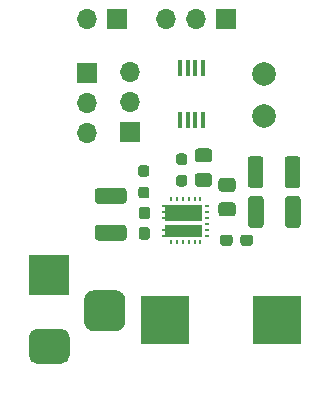
<source format=gts>
%TF.GenerationSoftware,KiCad,Pcbnew,(5.1.6-0-10_14)*%
%TF.CreationDate,2021-10-07T10:19:15+09:00*%
%TF.ProjectId,peltier,70656c74-6965-4722-9e6b-696361645f70,rev?*%
%TF.SameCoordinates,Original*%
%TF.FileFunction,Soldermask,Top*%
%TF.FilePolarity,Negative*%
%FSLAX46Y46*%
G04 Gerber Fmt 4.6, Leading zero omitted, Abs format (unit mm)*
G04 Created by KiCad (PCBNEW (5.1.6-0-10_14)) date 2021-10-07 10:19:15*
%MOMM*%
%LPD*%
G01*
G04 APERTURE LIST*
%ADD10C,0.100000*%
%ADD11R,0.250000X0.450000*%
%ADD12R,0.450000X0.250000*%
%ADD13O,1.700000X1.700000*%
%ADD14R,1.700000X1.700000*%
%ADD15R,0.450000X1.450000*%
%ADD16R,0.400000X1.450000*%
%ADD17R,3.500000X3.500000*%
%ADD18C,2.000000*%
%ADD19R,4.100000X4.100000*%
G04 APERTURE END LIST*
D10*
%TO.C,U1*%
G36*
X171780000Y-54010000D02*
G01*
X171780000Y-52670000D01*
X174880000Y-52670000D01*
X174880000Y-54010000D01*
X171780000Y-54010000D01*
G37*
G36*
X171780000Y-55340000D02*
G01*
X171780000Y-54390000D01*
X174880000Y-54390000D01*
X174880000Y-55340000D01*
X171780000Y-55340000D01*
G37*
%TD*%
D11*
%TO.C,U1*%
X174750000Y-52180000D03*
X174250000Y-52180000D03*
X173750000Y-52180000D03*
X173250000Y-52180000D03*
X172750000Y-52180000D03*
X172250000Y-52180000D03*
D12*
X171680000Y-52750000D03*
X171680000Y-53250000D03*
X171680000Y-53750000D03*
X171680000Y-54750000D03*
X171680000Y-55250000D03*
D11*
X172250000Y-55820000D03*
X172750000Y-55820000D03*
X173250000Y-55820000D03*
X173750000Y-55820000D03*
X174250000Y-55820000D03*
X174750000Y-55820000D03*
D12*
X175320000Y-55250000D03*
X175320000Y-54750000D03*
X175320000Y-54250000D03*
X175320000Y-53750000D03*
X175320000Y-53250000D03*
X175320000Y-52750000D03*
%TD*%
%TO.C,C1*%
G36*
G01*
X177475000Y-53625000D02*
X176525000Y-53625000D01*
G75*
G02*
X176275000Y-53375000I0J250000D01*
G01*
X176275000Y-52700000D01*
G75*
G02*
X176525000Y-52450000I250000J0D01*
G01*
X177475000Y-52450000D01*
G75*
G02*
X177725000Y-52700000I0J-250000D01*
G01*
X177725000Y-53375000D01*
G75*
G02*
X177475000Y-53625000I-250000J0D01*
G01*
G37*
G36*
G01*
X177475000Y-51550000D02*
X176525000Y-51550000D01*
G75*
G02*
X176275000Y-51300000I0J250000D01*
G01*
X176275000Y-50625000D01*
G75*
G02*
X176525000Y-50375000I250000J0D01*
G01*
X177475000Y-50375000D01*
G75*
G02*
X177725000Y-50625000I0J-250000D01*
G01*
X177725000Y-51300000D01*
G75*
G02*
X177475000Y-51550000I-250000J0D01*
G01*
G37*
%TD*%
%TO.C,C2*%
G36*
G01*
X175475000Y-51125000D02*
X174525000Y-51125000D01*
G75*
G02*
X174275000Y-50875000I0J250000D01*
G01*
X174275000Y-50200000D01*
G75*
G02*
X174525000Y-49950000I250000J0D01*
G01*
X175475000Y-49950000D01*
G75*
G02*
X175725000Y-50200000I0J-250000D01*
G01*
X175725000Y-50875000D01*
G75*
G02*
X175475000Y-51125000I-250000J0D01*
G01*
G37*
G36*
G01*
X175475000Y-49050000D02*
X174525000Y-49050000D01*
G75*
G02*
X174275000Y-48800000I0J250000D01*
G01*
X174275000Y-48125000D01*
G75*
G02*
X174525000Y-47875000I250000J0D01*
G01*
X175475000Y-47875000D01*
G75*
G02*
X175725000Y-48125000I0J-250000D01*
G01*
X175725000Y-48800000D01*
G75*
G02*
X175475000Y-49050000I-250000J0D01*
G01*
G37*
%TD*%
%TO.C,C3*%
G36*
G01*
X177475000Y-55412500D02*
X177475000Y-55887500D01*
G75*
G02*
X177237500Y-56125000I-237500J0D01*
G01*
X176637500Y-56125000D01*
G75*
G02*
X176400000Y-55887500I0J237500D01*
G01*
X176400000Y-55412500D01*
G75*
G02*
X176637500Y-55175000I237500J0D01*
G01*
X177237500Y-55175000D01*
G75*
G02*
X177475000Y-55412500I0J-237500D01*
G01*
G37*
G36*
G01*
X179200000Y-55412500D02*
X179200000Y-55887500D01*
G75*
G02*
X178962500Y-56125000I-237500J0D01*
G01*
X178362500Y-56125000D01*
G75*
G02*
X178125000Y-55887500I0J237500D01*
G01*
X178125000Y-55412500D01*
G75*
G02*
X178362500Y-55175000I237500J0D01*
G01*
X178962500Y-55175000D01*
G75*
G02*
X179200000Y-55412500I0J-237500D01*
G01*
G37*
%TD*%
%TO.C,C4*%
G36*
G01*
X169762500Y-52800000D02*
X170237500Y-52800000D01*
G75*
G02*
X170475000Y-53037500I0J-237500D01*
G01*
X170475000Y-53637500D01*
G75*
G02*
X170237500Y-53875000I-237500J0D01*
G01*
X169762500Y-53875000D01*
G75*
G02*
X169525000Y-53637500I0J237500D01*
G01*
X169525000Y-53037500D01*
G75*
G02*
X169762500Y-52800000I237500J0D01*
G01*
G37*
G36*
G01*
X169762500Y-54525000D02*
X170237500Y-54525000D01*
G75*
G02*
X170475000Y-54762500I0J-237500D01*
G01*
X170475000Y-55362500D01*
G75*
G02*
X170237500Y-55600000I-237500J0D01*
G01*
X169762500Y-55600000D01*
G75*
G02*
X169525000Y-55362500I0J237500D01*
G01*
X169525000Y-54762500D01*
G75*
G02*
X169762500Y-54525000I237500J0D01*
G01*
G37*
%TD*%
D13*
%TO.C,J1*%
X165135000Y-36950000D03*
D14*
X167675000Y-36950000D03*
%TD*%
D13*
%TO.C,J2*%
X168800000Y-41420000D03*
X168800000Y-43960000D03*
D14*
X168800000Y-46500000D03*
%TD*%
%TO.C,J3*%
X165150000Y-41450000D03*
D13*
X165150000Y-43990000D03*
X165150000Y-46530000D03*
%TD*%
%TO.C,J5*%
X171870000Y-36950000D03*
X174410000Y-36950000D03*
D14*
X176950000Y-36950000D03*
%TD*%
%TO.C,R2*%
G36*
G01*
X170187500Y-52100000D02*
X169712500Y-52100000D01*
G75*
G02*
X169475000Y-51862500I0J237500D01*
G01*
X169475000Y-51362500D01*
G75*
G02*
X169712500Y-51125000I237500J0D01*
G01*
X170187500Y-51125000D01*
G75*
G02*
X170425000Y-51362500I0J-237500D01*
G01*
X170425000Y-51862500D01*
G75*
G02*
X170187500Y-52100000I-237500J0D01*
G01*
G37*
G36*
G01*
X170187500Y-50275000D02*
X169712500Y-50275000D01*
G75*
G02*
X169475000Y-50037500I0J237500D01*
G01*
X169475000Y-49537500D01*
G75*
G02*
X169712500Y-49300000I237500J0D01*
G01*
X170187500Y-49300000D01*
G75*
G02*
X170425000Y-49537500I0J-237500D01*
G01*
X170425000Y-50037500D01*
G75*
G02*
X170187500Y-50275000I-237500J0D01*
G01*
G37*
%TD*%
%TO.C,R3*%
G36*
G01*
X173387500Y-49275000D02*
X172912500Y-49275000D01*
G75*
G02*
X172675000Y-49037500I0J237500D01*
G01*
X172675000Y-48537500D01*
G75*
G02*
X172912500Y-48300000I237500J0D01*
G01*
X173387500Y-48300000D01*
G75*
G02*
X173625000Y-48537500I0J-237500D01*
G01*
X173625000Y-49037500D01*
G75*
G02*
X173387500Y-49275000I-237500J0D01*
G01*
G37*
G36*
G01*
X173387500Y-51100000D02*
X172912500Y-51100000D01*
G75*
G02*
X172675000Y-50862500I0J237500D01*
G01*
X172675000Y-50362500D01*
G75*
G02*
X172912500Y-50125000I237500J0D01*
G01*
X173387500Y-50125000D01*
G75*
G02*
X173625000Y-50362500I0J-237500D01*
G01*
X173625000Y-50862500D01*
G75*
G02*
X173387500Y-51100000I-237500J0D01*
G01*
G37*
%TD*%
D15*
%TO.C,U2*%
X175000000Y-45500000D03*
D16*
X174325000Y-45500000D03*
X173675000Y-45500000D03*
D15*
X173000000Y-45500000D03*
X173000000Y-41100000D03*
D16*
X173675000Y-41100000D03*
X174325000Y-41100000D03*
D15*
X175000000Y-41100000D03*
%TD*%
D17*
%TO.C,J6*%
X161940000Y-58620000D03*
G36*
G01*
X162940000Y-66120000D02*
X160940000Y-66120000D01*
G75*
G02*
X160190000Y-65370000I0J750000D01*
G01*
X160190000Y-63870000D01*
G75*
G02*
X160940000Y-63120000I750000J0D01*
G01*
X162940000Y-63120000D01*
G75*
G02*
X163690000Y-63870000I0J-750000D01*
G01*
X163690000Y-65370000D01*
G75*
G02*
X162940000Y-66120000I-750000J0D01*
G01*
G37*
G36*
G01*
X167515000Y-63370000D02*
X165765000Y-63370000D01*
G75*
G02*
X164890000Y-62495000I0J875000D01*
G01*
X164890000Y-60745000D01*
G75*
G02*
X165765000Y-59870000I875000J0D01*
G01*
X167515000Y-59870000D01*
G75*
G02*
X168390000Y-60745000I0J-875000D01*
G01*
X168390000Y-62495000D01*
G75*
G02*
X167515000Y-63370000I-875000J0D01*
G01*
G37*
%TD*%
%TO.C,C5*%
G36*
G01*
X166049999Y-51225000D02*
X168250001Y-51225000D01*
G75*
G02*
X168500000Y-51474999I0J-249999D01*
G01*
X168500000Y-52300001D01*
G75*
G02*
X168250001Y-52550000I-249999J0D01*
G01*
X166049999Y-52550000D01*
G75*
G02*
X165800000Y-52300001I0J249999D01*
G01*
X165800000Y-51474999D01*
G75*
G02*
X166049999Y-51225000I249999J0D01*
G01*
G37*
G36*
G01*
X166049999Y-54350000D02*
X168250001Y-54350000D01*
G75*
G02*
X168500000Y-54599999I0J-249999D01*
G01*
X168500000Y-55425001D01*
G75*
G02*
X168250001Y-55675000I-249999J0D01*
G01*
X166049999Y-55675000D01*
G75*
G02*
X165800000Y-55425001I0J249999D01*
G01*
X165800000Y-54599999D01*
G75*
G02*
X166049999Y-54350000I249999J0D01*
G01*
G37*
%TD*%
%TO.C,C6*%
G36*
G01*
X183225000Y-52149999D02*
X183225000Y-54350001D01*
G75*
G02*
X182975001Y-54600000I-249999J0D01*
G01*
X182149999Y-54600000D01*
G75*
G02*
X181900000Y-54350001I0J249999D01*
G01*
X181900000Y-52149999D01*
G75*
G02*
X182149999Y-51900000I249999J0D01*
G01*
X182975001Y-51900000D01*
G75*
G02*
X183225000Y-52149999I0J-249999D01*
G01*
G37*
G36*
G01*
X180100000Y-52149999D02*
X180100000Y-54350001D01*
G75*
G02*
X179850001Y-54600000I-249999J0D01*
G01*
X179024999Y-54600000D01*
G75*
G02*
X178775000Y-54350001I0J249999D01*
G01*
X178775000Y-52149999D01*
G75*
G02*
X179024999Y-51900000I249999J0D01*
G01*
X179850001Y-51900000D01*
G75*
G02*
X180100000Y-52149999I0J-249999D01*
G01*
G37*
%TD*%
%TO.C,C8*%
G36*
G01*
X180084999Y-48774998D02*
X180084999Y-50975000D01*
G75*
G02*
X179835000Y-51224999I-249999J0D01*
G01*
X179009998Y-51224999D01*
G75*
G02*
X178759999Y-50975000I0J249999D01*
G01*
X178759999Y-48774998D01*
G75*
G02*
X179009998Y-48524999I249999J0D01*
G01*
X179835000Y-48524999D01*
G75*
G02*
X180084999Y-48774998I0J-249999D01*
G01*
G37*
G36*
G01*
X183209999Y-48774998D02*
X183209999Y-50975000D01*
G75*
G02*
X182960000Y-51224999I-249999J0D01*
G01*
X182134998Y-51224999D01*
G75*
G02*
X181884999Y-50975000I0J249999D01*
G01*
X181884999Y-48774998D01*
G75*
G02*
X182134998Y-48524999I249999J0D01*
G01*
X182960000Y-48524999D01*
G75*
G02*
X183209999Y-48774998I0J-249999D01*
G01*
G37*
%TD*%
D18*
%TO.C,J4*%
X180150000Y-45100000D03*
X180150000Y-41600000D03*
%TD*%
D19*
%TO.C,L1*%
X171710000Y-62370000D03*
X181210000Y-62370000D03*
%TD*%
M02*

</source>
